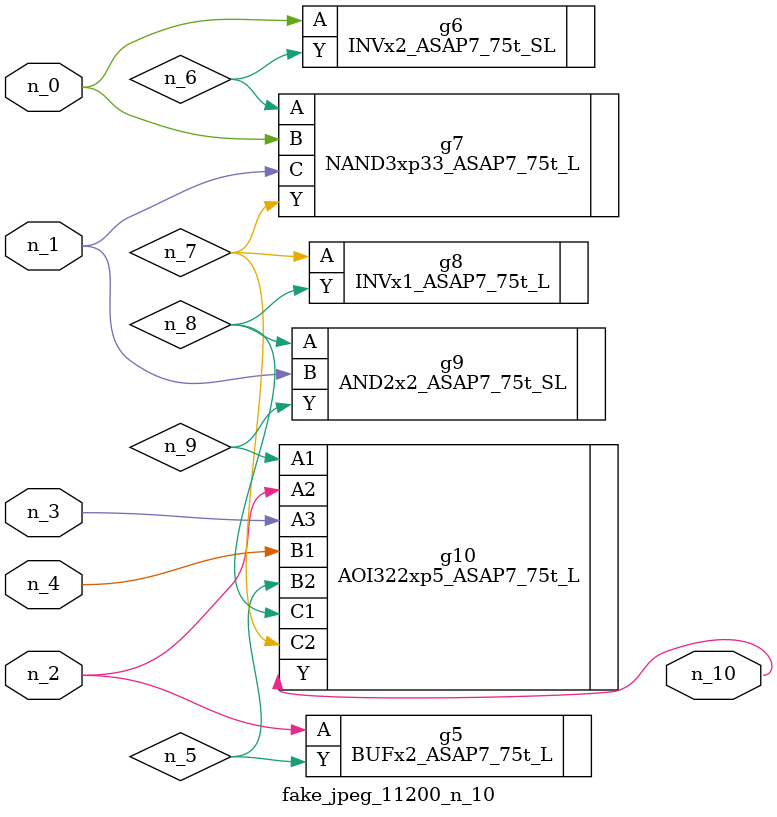
<source format=v>
module fake_jpeg_11200_n_10 (n_3, n_2, n_1, n_0, n_4, n_10);

input n_3;
input n_2;
input n_1;
input n_0;
input n_4;

output n_10;

wire n_8;
wire n_9;
wire n_6;
wire n_5;
wire n_7;

BUFx2_ASAP7_75t_L g5 ( 
.A(n_2),
.Y(n_5)
);

INVx2_ASAP7_75t_SL g6 ( 
.A(n_0),
.Y(n_6)
);

NAND3xp33_ASAP7_75t_L g7 ( 
.A(n_6),
.B(n_0),
.C(n_1),
.Y(n_7)
);

INVx1_ASAP7_75t_L g8 ( 
.A(n_7),
.Y(n_8)
);

AND2x2_ASAP7_75t_SL g9 ( 
.A(n_8),
.B(n_1),
.Y(n_9)
);

AOI322xp5_ASAP7_75t_L g10 ( 
.A1(n_9),
.A2(n_2),
.A3(n_3),
.B1(n_4),
.B2(n_5),
.C1(n_8),
.C2(n_7),
.Y(n_10)
);


endmodule
</source>
